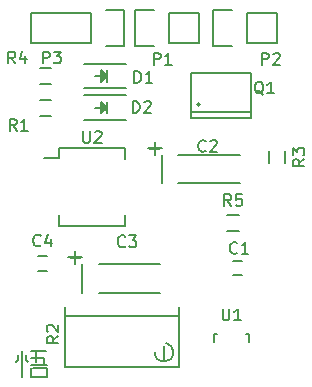
<source format=gbr>
G04 #@! TF.FileFunction,Legend,Top*
%FSLAX46Y46*%
G04 Gerber Fmt 4.6, Leading zero omitted, Abs format (unit mm)*
G04 Created by KiCad (PCBNEW 4.0.4-stable) date Fri Dec  9 21:16:25 2016*
%MOMM*%
%LPD*%
G01*
G04 APERTURE LIST*
%ADD10C,2.000000*%
%ADD11C,0.200000*%
%ADD12C,0.150000*%
G04 APERTURE END LIST*
D10*
D11*
X117200000Y-122600000D02*
X115900000Y-122600000D01*
X117200000Y-121900000D02*
X117200000Y-122600000D01*
X116000000Y-121900000D02*
X117200000Y-121900000D01*
X115100000Y-122400000D02*
X115100000Y-122600000D01*
X115900000Y-121900000D02*
X115900000Y-122600000D01*
X115900000Y-121600000D02*
X117200000Y-121600000D01*
X117000000Y-121400000D02*
X117000000Y-121600000D01*
X116300000Y-121500000D02*
X116300000Y-121600000D01*
X117000000Y-121000000D02*
X117000000Y-121400000D01*
X115900000Y-121000000D02*
X117000000Y-121000000D01*
X116300000Y-120500000D02*
X116300000Y-121400000D01*
X115900000Y-120400000D02*
X117100000Y-120400000D01*
X115400000Y-121200000D02*
X115600000Y-121400000D01*
X115400000Y-120800000D02*
X115400000Y-121200000D01*
X114800000Y-121200000D02*
X114600000Y-121400000D01*
X114800000Y-120800000D02*
X114800000Y-121200000D01*
X115100000Y-120400000D02*
X115100000Y-122400000D01*
D12*
X123943000Y-96105000D02*
X120343000Y-96105000D01*
X123943000Y-98205000D02*
X120343000Y-98205000D01*
X121893000Y-97455000D02*
X121893000Y-96855000D01*
X121893000Y-96855000D02*
X122193000Y-97155000D01*
X122193000Y-97155000D02*
X121993000Y-97355000D01*
X121993000Y-97355000D02*
X121993000Y-97105000D01*
X121993000Y-97105000D02*
X122043000Y-97155000D01*
X122293000Y-97655000D02*
X122293000Y-96655000D01*
X121793000Y-97155000D02*
X121293000Y-97155000D01*
X122293000Y-97155000D02*
X121793000Y-97655000D01*
X121793000Y-97655000D02*
X121793000Y-96655000D01*
X121793000Y-96655000D02*
X122293000Y-97155000D01*
X123943000Y-98772000D02*
X120343000Y-98772000D01*
X123943000Y-100872000D02*
X120343000Y-100872000D01*
X121893000Y-100122000D02*
X121893000Y-99522000D01*
X121893000Y-99522000D02*
X122193000Y-99822000D01*
X122193000Y-99822000D02*
X121993000Y-100022000D01*
X121993000Y-100022000D02*
X121993000Y-99772000D01*
X121993000Y-99772000D02*
X122043000Y-99822000D01*
X122293000Y-100322000D02*
X122293000Y-99322000D01*
X121793000Y-99822000D02*
X121293000Y-99822000D01*
X122293000Y-99822000D02*
X121793000Y-100322000D01*
X121793000Y-100322000D02*
X121793000Y-99322000D01*
X121793000Y-99322000D02*
X122293000Y-99822000D01*
X116594000Y-96480000D02*
X117594000Y-96480000D01*
X117594000Y-97830000D02*
X116594000Y-97830000D01*
X117594000Y-100497000D02*
X116594000Y-100497000D01*
X116594000Y-99147000D02*
X117594000Y-99147000D01*
X133000000Y-112811000D02*
X133700000Y-112811000D01*
X133700000Y-114011000D02*
X133000000Y-114011000D01*
X128336040Y-106227880D02*
X133537960Y-106227880D01*
X133537960Y-103830120D02*
X128336040Y-103830120D01*
X126337060Y-102730300D02*
X126337060Y-103830120D01*
X125737620Y-103230680D02*
X126936500Y-103230680D01*
X126941580Y-103830120D02*
X126941580Y-106227880D01*
X121605040Y-115498880D02*
X126806960Y-115498880D01*
X126806960Y-113101120D02*
X121605040Y-113101120D01*
X119606060Y-112001300D02*
X119606060Y-113101120D01*
X119006620Y-112501680D02*
X120205500Y-112501680D01*
X120210580Y-113101120D02*
X120210580Y-115498880D01*
X116490000Y-112430000D02*
X117190000Y-112430000D01*
X117190000Y-113630000D02*
X116490000Y-113630000D01*
X124688000Y-94641000D02*
X126238000Y-94641000D01*
X130048000Y-94361000D02*
X127508000Y-94361000D01*
X127508000Y-94361000D02*
X127508000Y-91821000D01*
X126238000Y-91541000D02*
X124688000Y-91541000D01*
X124688000Y-91541000D02*
X124688000Y-94641000D01*
X127508000Y-91821000D02*
X130048000Y-91821000D01*
X130048000Y-91821000D02*
X130048000Y-94361000D01*
X131292000Y-94641000D02*
X132842000Y-94641000D01*
X136652000Y-94361000D02*
X134112000Y-94361000D01*
X134112000Y-94361000D02*
X134112000Y-91821000D01*
X132842000Y-91541000D02*
X131292000Y-91541000D01*
X131292000Y-91541000D02*
X131292000Y-94641000D01*
X134112000Y-91821000D02*
X136652000Y-91821000D01*
X136652000Y-91821000D02*
X136652000Y-94361000D01*
X122174000Y-94641000D02*
X123724000Y-94641000D01*
X123724000Y-94641000D02*
X123724000Y-91541000D01*
X123724000Y-91541000D02*
X122174000Y-91541000D01*
X120904000Y-94361000D02*
X115824000Y-94361000D01*
X115824000Y-94361000D02*
X115824000Y-91821000D01*
X115824000Y-91821000D02*
X120904000Y-91821000D01*
X120904000Y-91821000D02*
X120904000Y-94361000D01*
X130175000Y-99568000D02*
G75*
G03X130175000Y-99568000I-127000J0D01*
G01*
X129413000Y-100203000D02*
X134493000Y-100203000D01*
X129413000Y-96901000D02*
X134493000Y-96901000D01*
X129413000Y-100711000D02*
X134493000Y-100711000D01*
X129413000Y-100711000D02*
X129413000Y-96901000D01*
X134493000Y-100711000D02*
X134493000Y-96901000D01*
X127127000Y-121285000D02*
X127127000Y-120015000D01*
X126339600Y-120535700D02*
X126377700Y-120789700D01*
X126377700Y-120789700D02*
X126555500Y-121069100D01*
X126555500Y-121069100D02*
X126873000Y-121285000D01*
X126873000Y-121285000D02*
X127317500Y-121297700D01*
X127317500Y-121297700D02*
X127673100Y-121094500D01*
X127673100Y-121094500D02*
X127850900Y-120802400D01*
X127850900Y-120802400D02*
X127901700Y-120484900D01*
X127901700Y-120484900D02*
X127800100Y-120078500D01*
X127800100Y-120078500D02*
X127457200Y-119824500D01*
X127457200Y-119824500D02*
X127279400Y-119735600D01*
X118745000Y-117475000D02*
X128397000Y-117475000D01*
X128397000Y-120523000D02*
X128397000Y-121793000D01*
X128397000Y-121793000D02*
X118745000Y-121793000D01*
X118745000Y-121793000D02*
X118745000Y-116713000D01*
X128397000Y-116713000D02*
X128397000Y-119253000D01*
X128397000Y-119253000D02*
X128397000Y-120523000D01*
X135977000Y-104513000D02*
X135977000Y-103513000D01*
X137327000Y-103513000D02*
X137327000Y-104513000D01*
X133469000Y-110276000D02*
X132469000Y-110276000D01*
X132469000Y-108926000D02*
X133469000Y-108926000D01*
X134141160Y-118983760D02*
X134092900Y-118983760D01*
X131342180Y-119684800D02*
X131342180Y-118983760D01*
X131342180Y-118983760D02*
X131591100Y-118983760D01*
X134141160Y-118983760D02*
X134341820Y-118983760D01*
X134341820Y-118983760D02*
X134341820Y-119684800D01*
X118256000Y-103278000D02*
X118256000Y-104078000D01*
X123806000Y-103278000D02*
X123806000Y-104178000D01*
X123806000Y-109828000D02*
X123806000Y-108928000D01*
X118256000Y-109828000D02*
X118256000Y-108928000D01*
X118256000Y-103278000D02*
X123806000Y-103278000D01*
X118256000Y-109828000D02*
X123806000Y-109828000D01*
X118256000Y-104078000D02*
X116981000Y-104078000D01*
X124610905Y-97734381D02*
X124610905Y-96734381D01*
X124849000Y-96734381D01*
X124991858Y-96782000D01*
X125087096Y-96877238D01*
X125134715Y-96972476D01*
X125182334Y-97162952D01*
X125182334Y-97305810D01*
X125134715Y-97496286D01*
X125087096Y-97591524D01*
X124991858Y-97686762D01*
X124849000Y-97734381D01*
X124610905Y-97734381D01*
X126134715Y-97734381D02*
X125563286Y-97734381D01*
X125849000Y-97734381D02*
X125849000Y-96734381D01*
X125753762Y-96877238D01*
X125658524Y-96972476D01*
X125563286Y-97020095D01*
X124483905Y-100274381D02*
X124483905Y-99274381D01*
X124722000Y-99274381D01*
X124864858Y-99322000D01*
X124960096Y-99417238D01*
X125007715Y-99512476D01*
X125055334Y-99702952D01*
X125055334Y-99845810D01*
X125007715Y-100036286D01*
X124960096Y-100131524D01*
X124864858Y-100226762D01*
X124722000Y-100274381D01*
X124483905Y-100274381D01*
X125436286Y-99369619D02*
X125483905Y-99322000D01*
X125579143Y-99274381D01*
X125817239Y-99274381D01*
X125912477Y-99322000D01*
X125960096Y-99369619D01*
X126007715Y-99464857D01*
X126007715Y-99560095D01*
X125960096Y-99702952D01*
X125388667Y-100274381D01*
X126007715Y-100274381D01*
X114641334Y-101798381D02*
X114308000Y-101322190D01*
X114069905Y-101798381D02*
X114069905Y-100798381D01*
X114450858Y-100798381D01*
X114546096Y-100846000D01*
X114593715Y-100893619D01*
X114641334Y-100988857D01*
X114641334Y-101131714D01*
X114593715Y-101226952D01*
X114546096Y-101274571D01*
X114450858Y-101322190D01*
X114069905Y-101322190D01*
X115593715Y-101798381D02*
X115022286Y-101798381D01*
X115308000Y-101798381D02*
X115308000Y-100798381D01*
X115212762Y-100941238D01*
X115117524Y-101036476D01*
X115022286Y-101084095D01*
X114514334Y-96083381D02*
X114181000Y-95607190D01*
X113942905Y-96083381D02*
X113942905Y-95083381D01*
X114323858Y-95083381D01*
X114419096Y-95131000D01*
X114466715Y-95178619D01*
X114514334Y-95273857D01*
X114514334Y-95416714D01*
X114466715Y-95511952D01*
X114419096Y-95559571D01*
X114323858Y-95607190D01*
X113942905Y-95607190D01*
X115371477Y-95416714D02*
X115371477Y-96083381D01*
X115133381Y-95035762D02*
X114895286Y-95750048D01*
X115514334Y-95750048D01*
X133310334Y-112117143D02*
X133262715Y-112164762D01*
X133119858Y-112212381D01*
X133024620Y-112212381D01*
X132881762Y-112164762D01*
X132786524Y-112069524D01*
X132738905Y-111974286D01*
X132691286Y-111783810D01*
X132691286Y-111640952D01*
X132738905Y-111450476D01*
X132786524Y-111355238D01*
X132881762Y-111260000D01*
X133024620Y-111212381D01*
X133119858Y-111212381D01*
X133262715Y-111260000D01*
X133310334Y-111307619D01*
X134262715Y-112212381D02*
X133691286Y-112212381D01*
X133977000Y-112212381D02*
X133977000Y-111212381D01*
X133881762Y-111355238D01*
X133786524Y-111450476D01*
X133691286Y-111498095D01*
X130643334Y-103481143D02*
X130595715Y-103528762D01*
X130452858Y-103576381D01*
X130357620Y-103576381D01*
X130214762Y-103528762D01*
X130119524Y-103433524D01*
X130071905Y-103338286D01*
X130024286Y-103147810D01*
X130024286Y-103004952D01*
X130071905Y-102814476D01*
X130119524Y-102719238D01*
X130214762Y-102624000D01*
X130357620Y-102576381D01*
X130452858Y-102576381D01*
X130595715Y-102624000D01*
X130643334Y-102671619D01*
X131024286Y-102671619D02*
X131071905Y-102624000D01*
X131167143Y-102576381D01*
X131405239Y-102576381D01*
X131500477Y-102624000D01*
X131548096Y-102671619D01*
X131595715Y-102766857D01*
X131595715Y-102862095D01*
X131548096Y-103004952D01*
X130976667Y-103576381D01*
X131595715Y-103576381D01*
X125956108Y-103299569D02*
X126718013Y-103299569D01*
X126337061Y-103680521D02*
X126337061Y-102918616D01*
X123838674Y-111558343D02*
X123791055Y-111605962D01*
X123648198Y-111653581D01*
X123552960Y-111653581D01*
X123410102Y-111605962D01*
X123314864Y-111510724D01*
X123267245Y-111415486D01*
X123219626Y-111225010D01*
X123219626Y-111082152D01*
X123267245Y-110891676D01*
X123314864Y-110796438D01*
X123410102Y-110701200D01*
X123552960Y-110653581D01*
X123648198Y-110653581D01*
X123791055Y-110701200D01*
X123838674Y-110748819D01*
X124172007Y-110653581D02*
X124791055Y-110653581D01*
X124457721Y-111034533D01*
X124600579Y-111034533D01*
X124695817Y-111082152D01*
X124743436Y-111129771D01*
X124791055Y-111225010D01*
X124791055Y-111463105D01*
X124743436Y-111558343D01*
X124695817Y-111605962D01*
X124600579Y-111653581D01*
X124314864Y-111653581D01*
X124219626Y-111605962D01*
X124172007Y-111558343D01*
X119225108Y-112570569D02*
X119987013Y-112570569D01*
X119606061Y-112951521D02*
X119606061Y-112189616D01*
X116673334Y-111487143D02*
X116625715Y-111534762D01*
X116482858Y-111582381D01*
X116387620Y-111582381D01*
X116244762Y-111534762D01*
X116149524Y-111439524D01*
X116101905Y-111344286D01*
X116054286Y-111153810D01*
X116054286Y-111010952D01*
X116101905Y-110820476D01*
X116149524Y-110725238D01*
X116244762Y-110630000D01*
X116387620Y-110582381D01*
X116482858Y-110582381D01*
X116625715Y-110630000D01*
X116673334Y-110677619D01*
X117530477Y-110915714D02*
X117530477Y-111582381D01*
X117292381Y-110534762D02*
X117054286Y-111249048D01*
X117673334Y-111249048D01*
X126261905Y-96210381D02*
X126261905Y-95210381D01*
X126642858Y-95210381D01*
X126738096Y-95258000D01*
X126785715Y-95305619D01*
X126833334Y-95400857D01*
X126833334Y-95543714D01*
X126785715Y-95638952D01*
X126738096Y-95686571D01*
X126642858Y-95734190D01*
X126261905Y-95734190D01*
X127785715Y-96210381D02*
X127214286Y-96210381D01*
X127500000Y-96210381D02*
X127500000Y-95210381D01*
X127404762Y-95353238D01*
X127309524Y-95448476D01*
X127214286Y-95496095D01*
X135405905Y-96210381D02*
X135405905Y-95210381D01*
X135786858Y-95210381D01*
X135882096Y-95258000D01*
X135929715Y-95305619D01*
X135977334Y-95400857D01*
X135977334Y-95543714D01*
X135929715Y-95638952D01*
X135882096Y-95686571D01*
X135786858Y-95734190D01*
X135405905Y-95734190D01*
X136358286Y-95305619D02*
X136405905Y-95258000D01*
X136501143Y-95210381D01*
X136739239Y-95210381D01*
X136834477Y-95258000D01*
X136882096Y-95305619D01*
X136929715Y-95400857D01*
X136929715Y-95496095D01*
X136882096Y-95638952D01*
X136310667Y-96210381D01*
X136929715Y-96210381D01*
X116863905Y-96083381D02*
X116863905Y-95083381D01*
X117244858Y-95083381D01*
X117340096Y-95131000D01*
X117387715Y-95178619D01*
X117435334Y-95273857D01*
X117435334Y-95416714D01*
X117387715Y-95511952D01*
X117340096Y-95559571D01*
X117244858Y-95607190D01*
X116863905Y-95607190D01*
X117768667Y-95083381D02*
X118387715Y-95083381D01*
X118054381Y-95464333D01*
X118197239Y-95464333D01*
X118292477Y-95511952D01*
X118340096Y-95559571D01*
X118387715Y-95654810D01*
X118387715Y-95892905D01*
X118340096Y-95988143D01*
X118292477Y-96035762D01*
X118197239Y-96083381D01*
X117911524Y-96083381D01*
X117816286Y-96035762D01*
X117768667Y-95988143D01*
X135540762Y-98718619D02*
X135445524Y-98671000D01*
X135350286Y-98575762D01*
X135207429Y-98432905D01*
X135112190Y-98385286D01*
X135016952Y-98385286D01*
X135064571Y-98623381D02*
X134969333Y-98575762D01*
X134874095Y-98480524D01*
X134826476Y-98290048D01*
X134826476Y-97956714D01*
X134874095Y-97766238D01*
X134969333Y-97671000D01*
X135064571Y-97623381D01*
X135255048Y-97623381D01*
X135350286Y-97671000D01*
X135445524Y-97766238D01*
X135493143Y-97956714D01*
X135493143Y-98290048D01*
X135445524Y-98480524D01*
X135350286Y-98575762D01*
X135255048Y-98623381D01*
X135064571Y-98623381D01*
X136445524Y-98623381D02*
X135874095Y-98623381D01*
X136159809Y-98623381D02*
X136159809Y-97623381D01*
X136064571Y-97766238D01*
X135969333Y-97861476D01*
X135874095Y-97909095D01*
X118181381Y-119165666D02*
X117705190Y-119499000D01*
X118181381Y-119737095D02*
X117181381Y-119737095D01*
X117181381Y-119356142D01*
X117229000Y-119260904D01*
X117276619Y-119213285D01*
X117371857Y-119165666D01*
X117514714Y-119165666D01*
X117609952Y-119213285D01*
X117657571Y-119260904D01*
X117705190Y-119356142D01*
X117705190Y-119737095D01*
X117276619Y-118784714D02*
X117229000Y-118737095D01*
X117181381Y-118641857D01*
X117181381Y-118403761D01*
X117229000Y-118308523D01*
X117276619Y-118260904D01*
X117371857Y-118213285D01*
X117467095Y-118213285D01*
X117609952Y-118260904D01*
X118181381Y-118832333D01*
X118181381Y-118213285D01*
X139004381Y-104179666D02*
X138528190Y-104513000D01*
X139004381Y-104751095D02*
X138004381Y-104751095D01*
X138004381Y-104370142D01*
X138052000Y-104274904D01*
X138099619Y-104227285D01*
X138194857Y-104179666D01*
X138337714Y-104179666D01*
X138432952Y-104227285D01*
X138480571Y-104274904D01*
X138528190Y-104370142D01*
X138528190Y-104751095D01*
X138004381Y-103846333D02*
X138004381Y-103227285D01*
X138385333Y-103560619D01*
X138385333Y-103417761D01*
X138432952Y-103322523D01*
X138480571Y-103274904D01*
X138575810Y-103227285D01*
X138813905Y-103227285D01*
X138909143Y-103274904D01*
X138956762Y-103322523D01*
X139004381Y-103417761D01*
X139004381Y-103703476D01*
X138956762Y-103798714D01*
X138909143Y-103846333D01*
X132802334Y-108153381D02*
X132469000Y-107677190D01*
X132230905Y-108153381D02*
X132230905Y-107153381D01*
X132611858Y-107153381D01*
X132707096Y-107201000D01*
X132754715Y-107248619D01*
X132802334Y-107343857D01*
X132802334Y-107486714D01*
X132754715Y-107581952D01*
X132707096Y-107629571D01*
X132611858Y-107677190D01*
X132230905Y-107677190D01*
X133707096Y-107153381D02*
X133230905Y-107153381D01*
X133183286Y-107629571D01*
X133230905Y-107581952D01*
X133326143Y-107534333D01*
X133564239Y-107534333D01*
X133659477Y-107581952D01*
X133707096Y-107629571D01*
X133754715Y-107724810D01*
X133754715Y-107962905D01*
X133707096Y-108058143D01*
X133659477Y-108105762D01*
X133564239Y-108153381D01*
X133326143Y-108153381D01*
X133230905Y-108105762D01*
X133183286Y-108058143D01*
X132080095Y-116836381D02*
X132080095Y-117645905D01*
X132127714Y-117741143D01*
X132175333Y-117788762D01*
X132270571Y-117836381D01*
X132461048Y-117836381D01*
X132556286Y-117788762D01*
X132603905Y-117741143D01*
X132651524Y-117645905D01*
X132651524Y-116836381D01*
X133651524Y-117836381D02*
X133080095Y-117836381D01*
X133365809Y-117836381D02*
X133365809Y-116836381D01*
X133270571Y-116979238D01*
X133175333Y-117074476D01*
X133080095Y-117122095D01*
X120269095Y-101805381D02*
X120269095Y-102614905D01*
X120316714Y-102710143D01*
X120364333Y-102757762D01*
X120459571Y-102805381D01*
X120650048Y-102805381D01*
X120745286Y-102757762D01*
X120792905Y-102710143D01*
X120840524Y-102614905D01*
X120840524Y-101805381D01*
X121269095Y-101900619D02*
X121316714Y-101853000D01*
X121411952Y-101805381D01*
X121650048Y-101805381D01*
X121745286Y-101853000D01*
X121792905Y-101900619D01*
X121840524Y-101995857D01*
X121840524Y-102091095D01*
X121792905Y-102233952D01*
X121221476Y-102805381D01*
X121840524Y-102805381D01*
M02*

</source>
